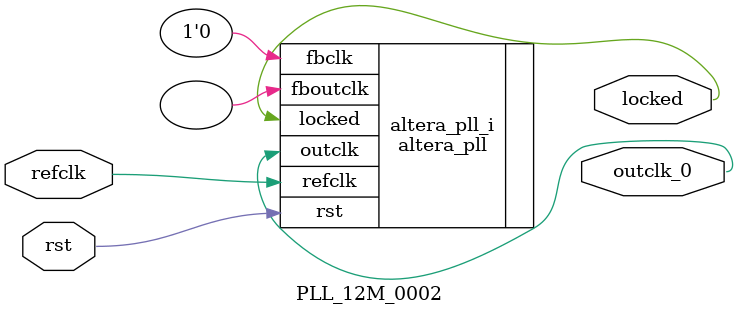
<source format=v>
`timescale 1ns/10ps
module  PLL_12M_0002(

	// interface 'refclk'
	input wire refclk,

	// interface 'reset'
	input wire rst,

	// interface 'outclk0'
	output wire outclk_0,

	// interface 'locked'
	output wire locked
);

	altera_pll #(
		.fractional_vco_multiplier("false"),
		.reference_clock_frequency("50.0 MHz"),
		.operation_mode("direct"),
		.number_of_clocks(1),
		.output_clock_frequency0("12.000000 MHz"),
		.phase_shift0("0 ps"),
		.duty_cycle0(50),
		.output_clock_frequency1("0 MHz"),
		.phase_shift1("0 ps"),
		.duty_cycle1(50),
		.output_clock_frequency2("0 MHz"),
		.phase_shift2("0 ps"),
		.duty_cycle2(50),
		.output_clock_frequency3("0 MHz"),
		.phase_shift3("0 ps"),
		.duty_cycle3(50),
		.output_clock_frequency4("0 MHz"),
		.phase_shift4("0 ps"),
		.duty_cycle4(50),
		.output_clock_frequency5("0 MHz"),
		.phase_shift5("0 ps"),
		.duty_cycle5(50),
		.output_clock_frequency6("0 MHz"),
		.phase_shift6("0 ps"),
		.duty_cycle6(50),
		.output_clock_frequency7("0 MHz"),
		.phase_shift7("0 ps"),
		.duty_cycle7(50),
		.output_clock_frequency8("0 MHz"),
		.phase_shift8("0 ps"),
		.duty_cycle8(50),
		.output_clock_frequency9("0 MHz"),
		.phase_shift9("0 ps"),
		.duty_cycle9(50),
		.output_clock_frequency10("0 MHz"),
		.phase_shift10("0 ps"),
		.duty_cycle10(50),
		.output_clock_frequency11("0 MHz"),
		.phase_shift11("0 ps"),
		.duty_cycle11(50),
		.output_clock_frequency12("0 MHz"),
		.phase_shift12("0 ps"),
		.duty_cycle12(50),
		.output_clock_frequency13("0 MHz"),
		.phase_shift13("0 ps"),
		.duty_cycle13(50),
		.output_clock_frequency14("0 MHz"),
		.phase_shift14("0 ps"),
		.duty_cycle14(50),
		.output_clock_frequency15("0 MHz"),
		.phase_shift15("0 ps"),
		.duty_cycle15(50),
		.output_clock_frequency16("0 MHz"),
		.phase_shift16("0 ps"),
		.duty_cycle16(50),
		.output_clock_frequency17("0 MHz"),
		.phase_shift17("0 ps"),
		.duty_cycle17(50),
		.pll_type("General"),
		.pll_subtype("General")
	) altera_pll_i (
		.rst	(rst),
		.outclk	({outclk_0}),
		.locked	(locked),
		.fboutclk	( ),
		.fbclk	(1'b0),
		.refclk	(refclk)
	);
endmodule


</source>
